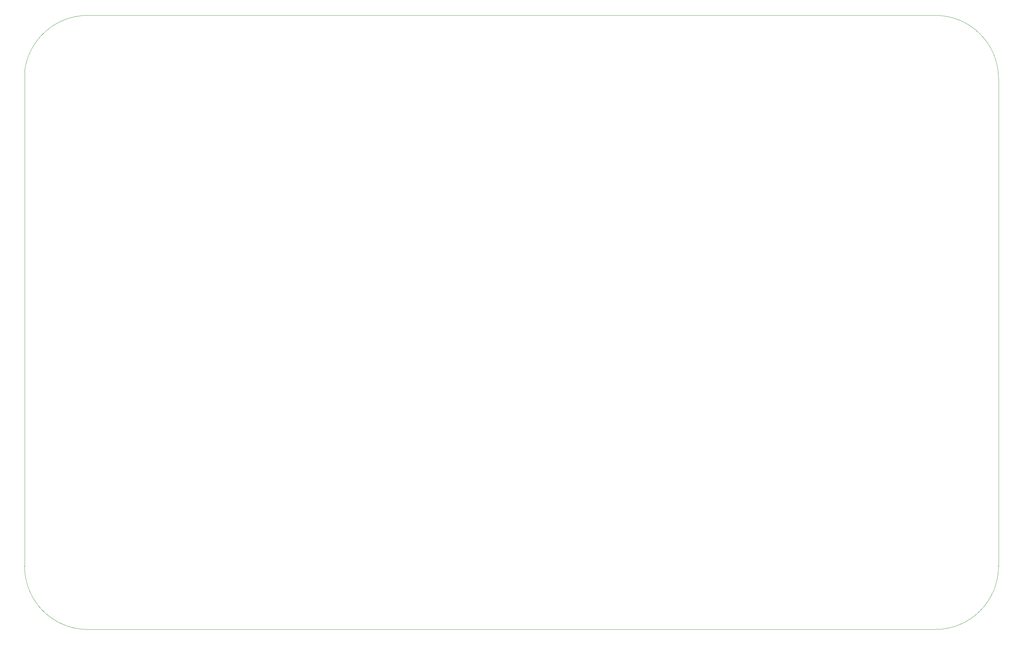
<source format=gm1>
%TF.GenerationSoftware,KiCad,Pcbnew,(6.0.2)*%
%TF.CreationDate,2022-05-18T13:57:05-05:00*%
%TF.ProjectId,Pikin,50696b69-6e2e-46b6-9963-61645f706362,rev?*%
%TF.SameCoordinates,Original*%
%TF.FileFunction,Profile,NP*%
%FSLAX46Y46*%
G04 Gerber Fmt 4.6, Leading zero omitted, Abs format (unit mm)*
G04 Created by KiCad (PCBNEW (6.0.2)) date 2022-05-18 13:57:05*
%MOMM*%
%LPD*%
G01*
G04 APERTURE LIST*
%TA.AperFunction,Profile*%
%ADD10C,0.100000*%
%TD*%
G04 APERTURE END LIST*
D10*
X102341000Y-61203000D02*
X323425000Y-61202600D01*
X339883400Y-77661000D02*
X339883400Y-204745000D01*
X323425000Y-221203000D02*
X102341000Y-221203000D01*
X85882600Y-204745000D02*
G75*
G03*
X102341000Y-221203000I16458000J0D01*
G01*
X339883400Y-77661000D02*
G75*
G03*
X323425000Y-61202600I-16458401J-1D01*
G01*
X323425000Y-221203000D02*
G75*
G03*
X339883400Y-204745000I397J16458003D01*
G01*
X85882600Y-75946000D02*
X85882600Y-204745000D01*
X102341000Y-61203000D02*
G75*
G03*
X85882600Y-75946000I-1J-16558195D01*
G01*
M02*

</source>
